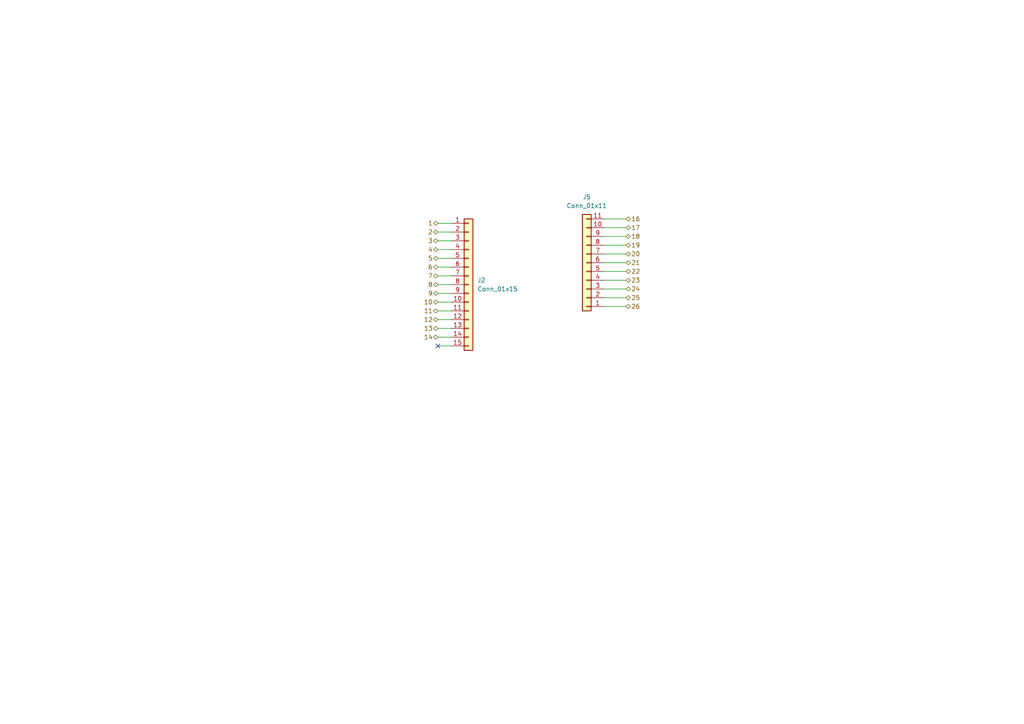
<source format=kicad_sch>
(kicad_sch (version 20230121) (generator eeschema)
  (paper "A4")
  (lib_symbols
    (symbol "Connector_Generic:Conn_01x11" (pin_names (offset 1.016) hide)
      (property "Reference" "J" (at 0 15.24 0))
      (property "Value" "Conn_01x11" (at 0 -15.24 0))
      (symbol "Conn_01x11_1_1"
        (rectangle (start -1.27 -12.573) (end 0 -12.827) (stroke (width 0.1524)))
        (rectangle (start -1.27 -10.033) (end 0 -10.287) (stroke (width 0.1524)))
        (rectangle (start -1.27 -7.493) (end 0 -7.747) (stroke (width 0.1524)))
        (rectangle (start -1.27 -4.953) (end 0 -5.207) (stroke (width 0.1524)))
        (rectangle (start -1.27 -2.413) (end 0 -2.667) (stroke (width 0.1524)))
        (rectangle (start -1.27 0.127) (end 0 -0.127) (stroke (width 0.1524)))
        (rectangle (start -1.27 2.667) (end 0 2.413) (stroke (width 0.1524)))
        (rectangle (start -1.27 5.207) (end 0 4.953) (stroke (width 0.1524)))
        (rectangle (start -1.27 7.747) (end 0 7.493) (stroke (width 0.1524)))
        (rectangle (start -1.27 10.287) (end 0 10.033) (stroke (width 0.1524)))
        (rectangle (start -1.27 12.827) (end 0 12.573) (stroke (width 0.1524)))
        (rectangle (start -1.27 13.97) (end 1.27 -13.97) (stroke (width 0.254)) (fill (type background)))
        (pin passive line (at -5.08 12.7 0) (length 3.81) (name "Pin_1") (number "1"))
        (pin passive line (at -5.08 -10.16 0) (length 3.81) (name "Pin_10") (number "10"))
        (pin passive line (at -5.08 -12.7 0) (length 3.81) (name "Pin_11") (number "11"))
        (pin passive line (at -5.08 10.16 0) (length 3.81) (name "Pin_2") (number "2"))
        (pin passive line (at -5.08 7.62 0) (length 3.81) (name "Pin_3") (number "3"))
        (pin passive line (at -5.08 5.08 0) (length 3.81) (name "Pin_4") (number "4"))
        (pin passive line (at -5.08 2.54 0) (length 3.81) (name "Pin_5") (number "5"))
        (pin passive line (at -5.08 0 0) (length 3.81) (name "Pin_6") (number "6"))
        (pin passive line (at -5.08 -2.54 0) (length 3.81) (name "Pin_7") (number "7"))
        (pin passive line (at -5.08 -5.08 0) (length 3.81) (name "Pin_8") (number "8"))
        (pin passive line (at -5.08 -7.62 0) (length 3.81) (name "Pin_9") (number "9"))
      )
    )
    (symbol "Connector_Generic:Conn_01x15" (pin_names (offset 1.016) hide)
      (property "Reference" "J" (at 0 20.32 0))
      (property "Value" "Conn_01x15" (at 0 -20.32 0))
      (symbol "Conn_01x15_1_1"
        (rectangle (start -1.27 -17.653) (end 0 -17.907) (stroke (width 0.1524)))
        (rectangle (start -1.27 -15.113) (end 0 -15.367) (stroke (width 0.1524)))
        (rectangle (start -1.27 -12.573) (end 0 -12.827) (stroke (width 0.1524)))
        (rectangle (start -1.27 -10.033) (end 0 -10.287) (stroke (width 0.1524)))
        (rectangle (start -1.27 -7.493) (end 0 -7.747) (stroke (width 0.1524)))
        (rectangle (start -1.27 -4.953) (end 0 -5.207) (stroke (width 0.1524)))
        (rectangle (start -1.27 -2.413) (end 0 -2.667) (stroke (width 0.1524)))
        (rectangle (start -1.27 0.127) (end 0 -0.127) (stroke (width 0.1524)))
        (rectangle (start -1.27 2.667) (end 0 2.413) (stroke (width 0.1524)))
        (rectangle (start -1.27 5.207) (end 0 4.953) (stroke (width 0.1524)))
        (rectangle (start -1.27 7.747) (end 0 7.493) (stroke (width 0.1524)))
        (rectangle (start -1.27 10.287) (end 0 10.033) (stroke (width 0.1524)))
        (rectangle (start -1.27 12.827) (end 0 12.573) (stroke (width 0.1524)))
        (rectangle (start -1.27 15.367) (end 0 15.113) (stroke (width 0.1524)))
        (rectangle (start -1.27 17.907) (end 0 17.653) (stroke (width 0.1524)))
        (rectangle (start -1.27 19.05) (end 1.27 -19.05) (stroke (width 0.254)) (fill (type background)))
        (pin passive line (at -5.08 17.78 0) (length 3.81) (name "Pin_1") (number "1"))
        (pin passive line (at -5.08 -5.08 0) (length 3.81) (name "Pin_10") (number "10"))
        (pin passive line (at -5.08 -7.62 0) (length 3.81) (name "Pin_11") (number "11"))
        (pin passive line (at -5.08 -10.16 0) (length 3.81) (name "Pin_12") (number "12"))
        (pin passive line (at -5.08 -12.7 0) (length 3.81) (name "Pin_13") (number "13"))
        (pin passive line (at -5.08 -15.24 0) (length 3.81) (name "Pin_14") (number "14"))
        (pin passive line (at -5.08 -17.78 0) (length 3.81) (name "Pin_15") (number "15"))
        (pin passive line (at -5.08 15.24 0) (length 3.81) (name "Pin_2") (number "2"))
        (pin passive line (at -5.08 12.7 0) (length 3.81) (name "Pin_3") (number "3"))
        (pin passive line (at -5.08 10.16 0) (length 3.81) (name "Pin_4") (number "4"))
        (pin passive line (at -5.08 7.62 0) (length 3.81) (name "Pin_5") (number "5"))
        (pin passive line (at -5.08 5.08 0) (length 3.81) (name "Pin_6") (number "6"))
        (pin passive line (at -5.08 2.54 0) (length 3.81) (name "Pin_7") (number "7"))
        (pin passive line (at -5.08 0 0) (length 3.81) (name "Pin_8") (number "8"))
        (pin passive line (at -5.08 -2.54 0) (length 3.81) (name "Pin_9") (number "9"))
      )
    )
  )
  (no_connect (at 127 100.33))
  (wire (pts (xy 175.26 63.5) (xy 181.61 63.5)))
  (wire (pts (xy 127 77.47) (xy 130.81 77.47)))
  (wire (pts (xy 127 72.39) (xy 130.81 72.39)))
  (wire (pts (xy 127 82.55) (xy 130.81 82.55)))
  (wire (pts (xy 175.26 88.9) (xy 181.61 88.9)))
  (wire (pts (xy 175.26 76.2) (xy 181.61 76.2)))
  (wire (pts (xy 127 69.85) (xy 130.81 69.85)))
  (wire (pts (xy 175.26 78.74) (xy 181.61 78.74)))
  (wire (pts (xy 127 100.33) (xy 130.81 100.33)))
  (wire (pts (xy 127 95.25) (xy 130.81 95.25)))
  (wire (pts (xy 127 87.63) (xy 130.81 87.63)))
  (wire (pts (xy 127 90.17) (xy 130.81 90.17)))
  (wire (pts (xy 175.26 83.82) (xy 181.61 83.82)))
  (wire (pts (xy 127 80.01) (xy 130.81 80.01)))
  (wire (pts (xy 127 74.93) (xy 130.81 74.93)))
  (wire (pts (xy 127 92.71) (xy 130.81 92.71)))
  (wire (pts (xy 175.26 73.66) (xy 181.61 73.66)))
  (wire (pts (xy 127 67.31) (xy 130.81 67.31)))
  (wire (pts (xy 127 85.09) (xy 130.81 85.09)))
  (wire (pts (xy 127 64.77) (xy 130.81 64.77)))
  (wire (pts (xy 127 97.79) (xy 130.81 97.79)))
  (wire (pts (xy 175.26 71.12) (xy 181.61 71.12)))
  (wire (pts (xy 175.26 81.28) (xy 181.61 81.28)))
  (wire (pts (xy 175.26 86.36) (xy 181.61 86.36)))
  (wire (pts (xy 175.26 68.58) (xy 181.61 68.58)))
  (wire (pts (xy 175.26 66.04) (xy 181.61 66.04)))
  (hierarchical_label "19" (shape bidirectional) (at 181.61 71.12 0))
  (hierarchical_label "10" (shape bidirectional) (at 127 87.63 180))
  (hierarchical_label "17" (shape bidirectional) (at 181.61 66.04 0))
  (hierarchical_label "22" (shape bidirectional) (at 181.61 78.74 0))
  (hierarchical_label "6" (shape bidirectional) (at 127 77.47 180))
  (hierarchical_label "5" (shape bidirectional) (at 127 74.93 180))
  (hierarchical_label "14" (shape bidirectional) (at 127 97.79 180))
  (hierarchical_label "7" (shape bidirectional) (at 127 80.01 180))
  (hierarchical_label "20" (shape bidirectional) (at 181.61 73.66 0))
  (hierarchical_label "11" (shape bidirectional) (at 127 90.17 180))
  (hierarchical_label "9" (shape bidirectional) (at 127 85.09 180))
  (hierarchical_label "12" (shape bidirectional) (at 127 92.71 180))
  (hierarchical_label "26" (shape bidirectional) (at 181.61 88.9 0))
  (hierarchical_label "13" (shape bidirectional) (at 127 95.25 180))
  (hierarchical_label "3" (shape bidirectional) (at 127 69.85 180))
  (hierarchical_label "4" (shape bidirectional) (at 127 72.39 180))
  (hierarchical_label "24" (shape bidirectional) (at 181.61 83.82 0))
  (hierarchical_label "8" (shape bidirectional) (at 127 82.55 180))
  (hierarchical_label "25" (shape bidirectional) (at 181.61 86.36 0))
  (hierarchical_label "1" (shape bidirectional) (at 127 64.77 180))
  (hierarchical_label "2" (shape bidirectional) (at 127 67.31 180))
  (hierarchical_label "18" (shape bidirectional) (at 181.61 68.58 0))
  (hierarchical_label "16" (shape bidirectional) (at 181.61 63.5 0))
  (hierarchical_label "21" (shape bidirectional) (at 181.61 76.2 0))
  (hierarchical_label "23" (shape bidirectional) (at 181.61 81.28 0))
  (symbol (lib_id "Connector_Generic:Conn_01x11") (at 170.18 76.2 180) (unit 1)
    (property "Reference" "J5" (at 170.18 57.15 0))
    (property "Value" "Conn_01x11" (at 170.18 59.69 0))
    (property "Footprint" "Connector_PinHeader_2.54mm:PinHeader_1x11_P2.54mm_Vertical" (effects hide))
  )
  (symbol (lib_id "Connector_Generic:Conn_01x15") (at 135.89 82.55 0) (unit 1)
    (property "Reference" "J2" (at 138.43 81.28 0) (effects (justify left)))
    (property "Value" "Conn_01x15" (at 138.43 83.82 0) (effects (justify left)))
    (property "Footprint" "Connector_PinSocket_2.54mm:PinSocket_1x14_P2.54mm_Vertical" (effects hide))
  )
)
</source>
